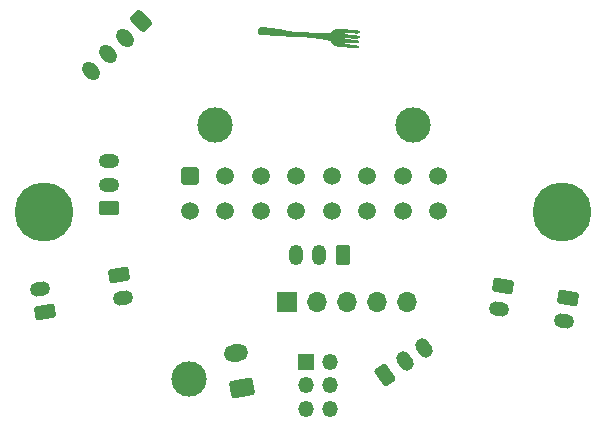
<source format=gbr>
%TF.GenerationSoftware,KiCad,Pcbnew,(6.0.1)*%
%TF.CreationDate,2022-03-14T16:44:18+09:00*%
%TF.ProjectId,v0_miniAB_pancake_board,76305f6d-696e-4694-9142-5f70616e6361,rev?*%
%TF.SameCoordinates,Original*%
%TF.FileFunction,Soldermask,Top*%
%TF.FilePolarity,Negative*%
%FSLAX46Y46*%
G04 Gerber Fmt 4.6, Leading zero omitted, Abs format (unit mm)*
G04 Created by KiCad (PCBNEW (6.0.1)) date 2022-03-14 16:44:18*
%MOMM*%
%LPD*%
G01*
G04 APERTURE LIST*
G04 Aperture macros list*
%AMRoundRect*
0 Rectangle with rounded corners*
0 $1 Rounding radius*
0 $2 $3 $4 $5 $6 $7 $8 $9 X,Y pos of 4 corners*
0 Add a 4 corners polygon primitive as box body*
4,1,4,$2,$3,$4,$5,$6,$7,$8,$9,$2,$3,0*
0 Add four circle primitives for the rounded corners*
1,1,$1+$1,$2,$3*
1,1,$1+$1,$4,$5*
1,1,$1+$1,$6,$7*
1,1,$1+$1,$8,$9*
0 Add four rect primitives between the rounded corners*
20,1,$1+$1,$2,$3,$4,$5,0*
20,1,$1+$1,$4,$5,$6,$7,0*
20,1,$1+$1,$6,$7,$8,$9,0*
20,1,$1+$1,$8,$9,$2,$3,0*%
%AMHorizOval*
0 Thick line with rounded ends*
0 $1 width*
0 $2 $3 position (X,Y) of the first rounded end (center of the circle)*
0 $4 $5 position (X,Y) of the second rounded end (center of the circle)*
0 Add line between two ends*
20,1,$1,$2,$3,$4,$5,0*
0 Add two circle primitives to create the rounded ends*
1,1,$1,$2,$3*
1,1,$1,$4,$5*%
G04 Aperture macros list end*
%ADD10C,0.013229*%
%ADD11RoundRect,0.249999X-0.194454X0.689431X-0.689431X0.194454X0.194454X-0.689431X0.689431X-0.194454X0*%
%ADD12HorizOval,1.200000X-0.194454X0.194454X0.194454X-0.194454X0*%
%ADD13C,3.000000*%
%ADD14RoundRect,0.250001X0.835277X-0.360430X0.661629X0.624375X-0.835277X0.360430X-0.661629X-0.624375X0*%
%ADD15HorizOval,1.500000X0.256050X0.045149X-0.256050X-0.045149X0*%
%ADD16RoundRect,0.249999X-0.676283X0.236153X-0.554729X-0.453214X0.676283X-0.236153X0.554729X0.453214X0*%
%ADD17HorizOval,1.200000X-0.270822X-0.047753X0.270822X0.047753X0*%
%ADD18RoundRect,0.249999X-0.554729X0.453214X-0.676283X-0.236153X0.554729X-0.453214X0.676283X0.236153X0*%
%ADD19HorizOval,1.200000X-0.270822X0.047753X0.270822X-0.047753X0*%
%ADD20RoundRect,0.249999X0.676283X-0.236153X0.554729X0.453214X-0.676283X0.236153X-0.554729X-0.453214X0*%
%ADD21HorizOval,1.200000X0.270822X0.047753X-0.270822X-0.047753X0*%
%ADD22R,1.350000X1.350000*%
%ADD23O,1.350000X1.350000*%
%ADD24RoundRect,0.250000X0.071782X-0.712722X0.645188X-0.311218X-0.071782X0.712722X-0.645188X0.311218X0*%
%ADD25HorizOval,1.200000X-0.157734X0.225267X0.157734X-0.225267X0*%
%ADD26R,1.700000X1.700000*%
%ADD27O,1.700000X1.700000*%
%ADD28C,5.000000*%
%ADD29RoundRect,0.250000X0.350000X0.625000X-0.350000X0.625000X-0.350000X-0.625000X0.350000X-0.625000X0*%
%ADD30O,1.200000X1.750000*%
%ADD31RoundRect,0.250000X0.625000X-0.350000X0.625000X0.350000X-0.625000X0.350000X-0.625000X-0.350000X0*%
%ADD32O,1.750000X1.200000*%
%ADD33RoundRect,0.250001X-0.499999X-0.499999X0.499999X-0.499999X0.499999X0.499999X-0.499999X0.499999X0*%
%ADD34C,1.500000*%
G04 APERTURE END LIST*
D10*
X104547964Y-84665899D02*
X103061043Y-84535810D01*
X103061043Y-84535810D02*
X102974315Y-84532344D01*
X102974315Y-84532344D02*
X102892432Y-84537193D01*
X102892432Y-84537193D02*
X102815455Y-84549837D01*
X102815455Y-84549837D02*
X102743441Y-84569752D01*
X102743441Y-84569752D02*
X102676451Y-84596420D01*
X102676451Y-84596420D02*
X102614541Y-84629317D01*
X102614541Y-84629317D02*
X102557773Y-84667923D01*
X102557773Y-84667923D02*
X102506205Y-84711716D01*
X102506205Y-84711716D02*
X102459896Y-84760173D01*
X102459896Y-84760173D02*
X102418904Y-84812776D01*
X102418904Y-84812776D02*
X102383288Y-84868999D01*
X102383288Y-84868999D02*
X102353109Y-84928325D01*
X102353109Y-84928325D02*
X102328425Y-84990229D01*
X102328425Y-84990229D02*
X102309294Y-85054192D01*
X102309294Y-85054192D02*
X102295775Y-85119691D01*
X102295775Y-85119691D02*
X102287929Y-85186205D01*
X102287929Y-85186205D02*
X102285813Y-85253213D01*
X102285813Y-85253213D02*
X102289486Y-85320193D01*
X102289486Y-85320193D02*
X102299009Y-85386624D01*
X102299009Y-85386624D02*
X102314438Y-85451983D01*
X102314438Y-85451983D02*
X102335835Y-85515751D01*
X102335835Y-85515751D02*
X102363257Y-85577404D01*
X102363257Y-85577404D02*
X102396763Y-85636422D01*
X102396763Y-85636422D02*
X102436412Y-85692284D01*
X102436412Y-85692284D02*
X102482265Y-85744467D01*
X102482265Y-85744467D02*
X102534379Y-85792452D01*
X102534379Y-85792452D02*
X102592813Y-85835714D01*
X102592813Y-85835714D02*
X102657627Y-85873734D01*
X102657627Y-85873734D02*
X102728879Y-85905990D01*
X102728879Y-85905990D02*
X102806628Y-85931961D01*
X102806628Y-85931961D02*
X102890934Y-85951123D01*
X102890934Y-85951123D02*
X102981854Y-85962959D01*
X102981854Y-85962959D02*
X104423452Y-86089082D01*
X104423452Y-86089082D02*
X104470434Y-86082043D01*
X104470434Y-86082043D02*
X104511943Y-86075156D01*
X104511943Y-86075156D02*
X104547869Y-86068288D01*
X104547869Y-86068288D02*
X104578104Y-86061306D01*
X104578104Y-86061306D02*
X104602539Y-86054080D01*
X104602539Y-86054080D02*
X104612546Y-86050334D01*
X104612546Y-86050334D02*
X104621063Y-86046479D01*
X104621063Y-86046479D02*
X104628075Y-86042495D01*
X104628075Y-86042495D02*
X104633569Y-86038369D01*
X104633569Y-86038369D02*
X104637532Y-86034082D01*
X104637532Y-86034082D02*
X104639948Y-86029620D01*
X104639948Y-86029620D02*
X104640806Y-86024964D01*
X104640806Y-86024964D02*
X104640090Y-86020100D01*
X104640090Y-86020100D02*
X104637788Y-86015009D01*
X104637788Y-86015009D02*
X104633887Y-86009677D01*
X104633887Y-86009677D02*
X104628371Y-86004085D01*
X104628371Y-86004085D02*
X104621228Y-85998219D01*
X104621228Y-85998219D02*
X104612446Y-85992061D01*
X104612446Y-85992061D02*
X104602008Y-85985595D01*
X104602008Y-85985595D02*
X104576113Y-85971673D01*
X104576113Y-85971673D02*
X104543438Y-85956320D01*
X104543438Y-85956320D02*
X104503873Y-85939408D01*
X104503873Y-85939408D02*
X104457307Y-85920802D01*
X104457307Y-85920802D02*
X103532139Y-85778756D01*
X103532139Y-85778756D02*
X103490730Y-85764144D01*
X103490730Y-85764144D02*
X103455380Y-85749840D01*
X103455380Y-85749840D02*
X103439947Y-85742824D01*
X103439947Y-85742824D02*
X103425994Y-85735907D01*
X103425994Y-85735907D02*
X103413509Y-85729098D01*
X103413509Y-85729098D02*
X103402479Y-85722405D01*
X103402479Y-85722405D02*
X103392894Y-85715836D01*
X103392894Y-85715836D02*
X103384743Y-85709397D01*
X103384743Y-85709397D02*
X103378011Y-85703097D01*
X103378011Y-85703097D02*
X103372688Y-85696944D01*
X103372688Y-85696944D02*
X103368764Y-85690944D01*
X103368764Y-85690944D02*
X103366225Y-85685106D01*
X103366225Y-85685106D02*
X103365060Y-85679436D01*
X103365060Y-85679436D02*
X103365257Y-85673945D01*
X103365257Y-85673945D02*
X103366805Y-85668637D01*
X103366805Y-85668637D02*
X103369692Y-85663523D01*
X103369692Y-85663523D02*
X103373906Y-85658608D01*
X103373906Y-85658608D02*
X103379434Y-85653901D01*
X103379434Y-85653901D02*
X103386268Y-85649409D01*
X103386268Y-85649409D02*
X103394393Y-85645139D01*
X103394393Y-85645139D02*
X103403797Y-85641102D01*
X103403797Y-85641102D02*
X103414471Y-85637302D01*
X103414471Y-85637302D02*
X103426402Y-85633748D01*
X103426402Y-85633748D02*
X103439577Y-85630447D01*
X103439577Y-85630447D02*
X103453987Y-85627408D01*
X103453987Y-85627408D02*
X103469618Y-85624638D01*
X103469618Y-85624638D02*
X103504496Y-85619936D01*
X103504496Y-85619936D02*
X103544122Y-85616401D01*
X103544122Y-85616401D02*
X103657720Y-85612649D01*
X103657720Y-85612649D02*
X103795329Y-85614059D01*
X103795329Y-85614059D02*
X103944883Y-85619193D01*
X103944883Y-85619193D02*
X104094310Y-85626617D01*
X104094310Y-85626617D02*
X104449362Y-85650456D01*
X104449362Y-85650456D02*
X104504594Y-85646551D01*
X104504594Y-85646551D02*
X104552354Y-85641635D01*
X104552354Y-85641635D02*
X104592679Y-85635743D01*
X104592679Y-85635743D02*
X104625606Y-85628908D01*
X104625606Y-85628908D02*
X104639306Y-85625148D01*
X104639306Y-85625148D02*
X104651173Y-85621164D01*
X104651173Y-85621164D02*
X104661208Y-85616961D01*
X104661208Y-85616961D02*
X104669417Y-85612545D01*
X104669417Y-85612545D02*
X104675806Y-85607918D01*
X104675806Y-85607918D02*
X104680378Y-85603086D01*
X104680378Y-85603086D02*
X104683138Y-85598052D01*
X104683138Y-85598052D02*
X104684090Y-85592820D01*
X104684090Y-85592820D02*
X104683242Y-85587395D01*
X104683242Y-85587395D02*
X104680594Y-85581781D01*
X104680594Y-85581781D02*
X104676155Y-85575982D01*
X104676155Y-85575982D02*
X104669926Y-85570004D01*
X104669926Y-85570004D02*
X104661914Y-85563849D01*
X104661914Y-85563849D02*
X104652124Y-85557522D01*
X104652124Y-85557522D02*
X104640559Y-85551027D01*
X104640559Y-85551027D02*
X104627225Y-85544368D01*
X104627225Y-85544368D02*
X104595266Y-85530580D01*
X104595266Y-85530580D02*
X104556287Y-85516188D01*
X104556287Y-85516188D02*
X104510323Y-85501227D01*
X104510323Y-85501227D02*
X104457413Y-85485730D01*
X104457413Y-85485730D02*
X103563158Y-85373534D01*
X103563158Y-85373534D02*
X103540284Y-85367808D01*
X103540284Y-85367808D02*
X103518985Y-85361930D01*
X103518985Y-85361930D02*
X103499257Y-85355917D01*
X103499257Y-85355917D02*
X103481094Y-85349789D01*
X103481094Y-85349789D02*
X103464491Y-85343562D01*
X103464491Y-85343562D02*
X103449442Y-85337257D01*
X103449442Y-85337257D02*
X103435942Y-85330890D01*
X103435942Y-85330890D02*
X103423985Y-85324480D01*
X103423985Y-85324480D02*
X103413565Y-85318047D01*
X103413565Y-85318047D02*
X103404677Y-85311608D01*
X103404677Y-85311608D02*
X103397315Y-85305182D01*
X103397315Y-85305182D02*
X103391475Y-85298786D01*
X103391475Y-85298786D02*
X103387150Y-85292439D01*
X103387150Y-85292439D02*
X103384336Y-85286161D01*
X103384336Y-85286161D02*
X103383024Y-85279968D01*
X103383024Y-85279968D02*
X103383213Y-85273880D01*
X103383213Y-85273880D02*
X103384894Y-85267915D01*
X103384894Y-85267915D02*
X103388064Y-85262091D01*
X103388064Y-85262091D02*
X103392715Y-85256427D01*
X103392715Y-85256427D02*
X103398843Y-85250941D01*
X103398843Y-85250941D02*
X103406442Y-85245651D01*
X103406442Y-85245651D02*
X103415508Y-85240576D01*
X103415508Y-85240576D02*
X103426033Y-85235734D01*
X103426033Y-85235734D02*
X103438013Y-85231144D01*
X103438013Y-85231144D02*
X103451443Y-85226823D01*
X103451443Y-85226823D02*
X103466315Y-85222791D01*
X103466315Y-85222791D02*
X103482625Y-85219065D01*
X103482625Y-85219065D02*
X103500368Y-85215665D01*
X103500368Y-85215665D02*
X103519539Y-85212608D01*
X103519539Y-85212608D02*
X103540130Y-85209912D01*
X103540130Y-85209912D02*
X103562137Y-85207596D01*
X103562137Y-85207596D02*
X103585556Y-85205680D01*
X103585556Y-85205680D02*
X104492638Y-85280506D01*
X104492638Y-85280506D02*
X104548068Y-85276101D01*
X104548068Y-85276101D02*
X104572944Y-85273273D01*
X104572944Y-85273273D02*
X104595935Y-85270049D01*
X104595935Y-85270049D02*
X104617047Y-85266447D01*
X104617047Y-85266447D02*
X104636282Y-85262482D01*
X104636282Y-85262482D02*
X104653648Y-85258170D01*
X104653648Y-85258170D02*
X104669149Y-85253528D01*
X104669149Y-85253528D02*
X104682791Y-85248571D01*
X104682791Y-85248571D02*
X104694578Y-85243316D01*
X104694578Y-85243316D02*
X104704516Y-85237779D01*
X104704516Y-85237779D02*
X104712610Y-85231976D01*
X104712610Y-85231976D02*
X104718864Y-85225924D01*
X104718864Y-85225924D02*
X104723285Y-85219639D01*
X104723285Y-85219639D02*
X104725877Y-85213136D01*
X104725877Y-85213136D02*
X104726646Y-85206433D01*
X104726646Y-85206433D02*
X104725597Y-85199544D01*
X104725597Y-85199544D02*
X104722734Y-85192487D01*
X104722734Y-85192487D02*
X104718063Y-85185277D01*
X104718063Y-85185277D02*
X104711590Y-85177931D01*
X104711590Y-85177931D02*
X104703319Y-85170465D01*
X104703319Y-85170465D02*
X104693255Y-85162894D01*
X104693255Y-85162894D02*
X104681404Y-85155236D01*
X104681404Y-85155236D02*
X104667771Y-85147506D01*
X104667771Y-85147506D02*
X104652361Y-85139721D01*
X104652361Y-85139721D02*
X104635178Y-85131897D01*
X104635178Y-85131897D02*
X104616229Y-85124050D01*
X104616229Y-85124050D02*
X104595519Y-85116196D01*
X104595519Y-85116196D02*
X104548834Y-85100532D01*
X104548834Y-85100532D02*
X104495165Y-85085035D01*
X104495165Y-85085035D02*
X104390944Y-85076080D01*
X104390944Y-85076080D02*
X104142991Y-85051360D01*
X104142991Y-85051360D02*
X103995445Y-85034091D01*
X103995445Y-85034091D02*
X103848366Y-85014087D01*
X103848366Y-85014087D02*
X103778792Y-85003184D01*
X103778792Y-85003184D02*
X103713884Y-84991748D01*
X103713884Y-84991748D02*
X103655159Y-84979828D01*
X103655159Y-84979828D02*
X103604133Y-84967475D01*
X103604133Y-84967475D02*
X103579293Y-84962171D01*
X103579293Y-84962171D02*
X103556515Y-84956730D01*
X103556515Y-84956730D02*
X103535756Y-84951168D01*
X103535756Y-84951168D02*
X103516977Y-84945503D01*
X103516977Y-84945503D02*
X103500133Y-84939750D01*
X103500133Y-84939750D02*
X103485186Y-84933926D01*
X103485186Y-84933926D02*
X103472090Y-84928048D01*
X103472090Y-84928048D02*
X103460807Y-84922134D01*
X103460807Y-84922134D02*
X103451292Y-84916199D01*
X103451292Y-84916199D02*
X103443506Y-84910259D01*
X103443506Y-84910259D02*
X103437405Y-84904333D01*
X103437405Y-84904333D02*
X103432948Y-84898437D01*
X103432948Y-84898437D02*
X103430094Y-84892587D01*
X103430094Y-84892587D02*
X103428800Y-84886800D01*
X103428800Y-84886800D02*
X103429026Y-84881092D01*
X103429026Y-84881092D02*
X103430727Y-84875481D01*
X103430727Y-84875481D02*
X103433864Y-84869984D01*
X103433864Y-84869984D02*
X103438395Y-84864615D01*
X103438395Y-84864615D02*
X103444277Y-84859394D01*
X103444277Y-84859394D02*
X103451469Y-84854336D01*
X103451469Y-84854336D02*
X103459929Y-84849458D01*
X103459929Y-84849458D02*
X103469615Y-84844776D01*
X103469615Y-84844776D02*
X103480486Y-84840308D01*
X103480486Y-84840308D02*
X103492499Y-84836070D01*
X103492499Y-84836070D02*
X103519787Y-84828350D01*
X103519787Y-84828350D02*
X103551143Y-84821752D01*
X103551143Y-84821752D02*
X103586234Y-84816408D01*
X103586234Y-84816408D02*
X103624726Y-84812452D01*
X103624726Y-84812452D02*
X103683798Y-84808817D01*
X103683798Y-84808817D02*
X103747686Y-84806827D01*
X103747686Y-84806827D02*
X103885783Y-84807008D01*
X103885783Y-84807008D02*
X104030777Y-84811444D01*
X104030777Y-84811444D02*
X104174428Y-84818585D01*
X104174428Y-84818585D02*
X104570829Y-84843210D01*
X104570829Y-84843210D02*
X104598874Y-84842029D01*
X104598874Y-84842029D02*
X104624490Y-84840093D01*
X104624490Y-84840093D02*
X104647736Y-84837449D01*
X104647736Y-84837449D02*
X104668669Y-84834144D01*
X104668669Y-84834144D02*
X104687345Y-84830226D01*
X104687345Y-84830226D02*
X104703823Y-84825742D01*
X104703823Y-84825742D02*
X104718159Y-84820739D01*
X104718159Y-84820739D02*
X104730411Y-84815265D01*
X104730411Y-84815265D02*
X104740636Y-84809368D01*
X104740636Y-84809368D02*
X104748890Y-84803094D01*
X104748890Y-84803094D02*
X104755233Y-84796492D01*
X104755233Y-84796492D02*
X104759719Y-84789609D01*
X104759719Y-84789609D02*
X104762407Y-84782491D01*
X104762407Y-84782491D02*
X104763355Y-84775187D01*
X104763355Y-84775187D02*
X104762619Y-84767745D01*
X104762619Y-84767745D02*
X104760256Y-84760210D01*
X104760256Y-84760210D02*
X104756325Y-84752631D01*
X104756325Y-84752631D02*
X104750881Y-84745056D01*
X104750881Y-84745056D02*
X104743982Y-84737531D01*
X104743982Y-84737531D02*
X104735686Y-84730104D01*
X104735686Y-84730104D02*
X104726049Y-84722823D01*
X104726049Y-84722823D02*
X104715131Y-84715735D01*
X104715131Y-84715735D02*
X104702985Y-84708887D01*
X104702985Y-84708887D02*
X104689671Y-84702327D01*
X104689671Y-84702327D02*
X104675247Y-84696102D01*
X104675247Y-84696102D02*
X104659767Y-84690260D01*
X104659767Y-84690260D02*
X104643292Y-84684848D01*
X104643292Y-84684848D02*
X104625876Y-84679913D01*
X104625876Y-84679913D02*
X104607579Y-84675504D01*
X104607579Y-84675504D02*
X104588456Y-84671667D01*
X104588456Y-84671667D02*
X104568565Y-84668449D01*
X104568565Y-84668449D02*
X104547964Y-84665899D01*
X104547964Y-84665899D02*
X104547964Y-84665899D01*
G36*
X103061043Y-84535810D02*
G01*
X104547964Y-84665899D01*
X104568565Y-84668449D01*
X104588456Y-84671667D01*
X104607579Y-84675504D01*
X104625876Y-84679913D01*
X104643292Y-84684848D01*
X104659767Y-84690260D01*
X104675247Y-84696102D01*
X104689671Y-84702327D01*
X104702985Y-84708887D01*
X104715131Y-84715735D01*
X104726049Y-84722823D01*
X104735686Y-84730104D01*
X104743982Y-84737531D01*
X104750881Y-84745056D01*
X104756325Y-84752631D01*
X104760256Y-84760210D01*
X104762619Y-84767745D01*
X104763355Y-84775187D01*
X104762407Y-84782491D01*
X104759719Y-84789609D01*
X104755233Y-84796492D01*
X104748890Y-84803094D01*
X104740636Y-84809368D01*
X104730411Y-84815265D01*
X104718159Y-84820739D01*
X104703823Y-84825742D01*
X104687345Y-84830226D01*
X104668669Y-84834144D01*
X104647736Y-84837449D01*
X104624490Y-84840093D01*
X104598874Y-84842029D01*
X104570829Y-84843210D01*
X104174428Y-84818585D01*
X104030777Y-84811444D01*
X103885783Y-84807008D01*
X103747686Y-84806827D01*
X103683798Y-84808817D01*
X103624726Y-84812452D01*
X103586234Y-84816408D01*
X103551143Y-84821752D01*
X103519787Y-84828350D01*
X103492499Y-84836070D01*
X103480486Y-84840308D01*
X103469615Y-84844776D01*
X103459929Y-84849458D01*
X103451469Y-84854336D01*
X103444277Y-84859394D01*
X103438395Y-84864615D01*
X103433864Y-84869984D01*
X103430727Y-84875481D01*
X103429026Y-84881092D01*
X103428800Y-84886800D01*
X103430094Y-84892587D01*
X103432948Y-84898437D01*
X103437405Y-84904333D01*
X103443506Y-84910259D01*
X103451292Y-84916199D01*
X103460807Y-84922134D01*
X103472090Y-84928048D01*
X103485186Y-84933926D01*
X103500133Y-84939750D01*
X103516977Y-84945503D01*
X103535756Y-84951168D01*
X103556515Y-84956730D01*
X103579293Y-84962171D01*
X103604133Y-84967475D01*
X103655159Y-84979828D01*
X103713884Y-84991748D01*
X103778792Y-85003184D01*
X103848366Y-85014087D01*
X103995445Y-85034091D01*
X104142991Y-85051360D01*
X104390944Y-85076080D01*
X104495165Y-85085035D01*
X104548834Y-85100532D01*
X104595519Y-85116196D01*
X104616229Y-85124050D01*
X104635178Y-85131897D01*
X104652361Y-85139721D01*
X104667771Y-85147506D01*
X104681404Y-85155236D01*
X104693255Y-85162894D01*
X104703319Y-85170465D01*
X104711590Y-85177931D01*
X104718063Y-85185277D01*
X104722734Y-85192487D01*
X104725597Y-85199544D01*
X104726646Y-85206433D01*
X104725877Y-85213136D01*
X104723285Y-85219639D01*
X104718864Y-85225924D01*
X104712610Y-85231976D01*
X104704516Y-85237779D01*
X104694578Y-85243316D01*
X104682791Y-85248571D01*
X104669149Y-85253528D01*
X104653648Y-85258170D01*
X104636282Y-85262482D01*
X104617047Y-85266447D01*
X104595935Y-85270049D01*
X104572944Y-85273273D01*
X104548068Y-85276101D01*
X104492638Y-85280506D01*
X103585556Y-85205680D01*
X103562137Y-85207596D01*
X103540130Y-85209912D01*
X103519539Y-85212608D01*
X103500368Y-85215665D01*
X103482625Y-85219065D01*
X103466315Y-85222791D01*
X103451443Y-85226823D01*
X103438013Y-85231144D01*
X103426033Y-85235734D01*
X103415508Y-85240576D01*
X103406442Y-85245651D01*
X103398843Y-85250941D01*
X103392715Y-85256427D01*
X103388064Y-85262091D01*
X103384894Y-85267915D01*
X103383213Y-85273880D01*
X103383024Y-85279968D01*
X103384336Y-85286161D01*
X103387150Y-85292439D01*
X103391475Y-85298786D01*
X103397315Y-85305182D01*
X103404677Y-85311608D01*
X103413565Y-85318047D01*
X103423985Y-85324480D01*
X103435942Y-85330890D01*
X103449442Y-85337257D01*
X103464491Y-85343562D01*
X103481094Y-85349789D01*
X103499257Y-85355917D01*
X103518985Y-85361930D01*
X103540284Y-85367808D01*
X103563158Y-85373534D01*
X104457413Y-85485730D01*
X104510323Y-85501227D01*
X104556287Y-85516188D01*
X104595266Y-85530580D01*
X104627225Y-85544368D01*
X104640559Y-85551027D01*
X104652124Y-85557522D01*
X104661914Y-85563849D01*
X104669926Y-85570004D01*
X104676155Y-85575982D01*
X104680594Y-85581781D01*
X104683242Y-85587395D01*
X104684090Y-85592820D01*
X104683138Y-85598052D01*
X104680378Y-85603086D01*
X104675806Y-85607918D01*
X104669417Y-85612545D01*
X104661208Y-85616961D01*
X104651173Y-85621164D01*
X104639306Y-85625148D01*
X104625606Y-85628908D01*
X104592679Y-85635743D01*
X104552354Y-85641635D01*
X104504594Y-85646551D01*
X104449362Y-85650456D01*
X104094310Y-85626617D01*
X103944883Y-85619193D01*
X103795329Y-85614059D01*
X103657720Y-85612649D01*
X103544122Y-85616401D01*
X103504496Y-85619936D01*
X103469618Y-85624638D01*
X103453987Y-85627408D01*
X103439577Y-85630447D01*
X103426402Y-85633748D01*
X103414471Y-85637302D01*
X103403797Y-85641102D01*
X103394393Y-85645139D01*
X103386268Y-85649409D01*
X103379434Y-85653901D01*
X103373906Y-85658608D01*
X103369692Y-85663523D01*
X103366805Y-85668637D01*
X103365257Y-85673945D01*
X103365060Y-85679436D01*
X103366225Y-85685106D01*
X103368764Y-85690944D01*
X103372688Y-85696944D01*
X103378011Y-85703097D01*
X103384743Y-85709397D01*
X103392894Y-85715836D01*
X103402479Y-85722405D01*
X103413509Y-85729098D01*
X103425994Y-85735907D01*
X103439947Y-85742824D01*
X103455380Y-85749840D01*
X103490730Y-85764144D01*
X103532139Y-85778756D01*
X104457307Y-85920802D01*
X104503873Y-85939408D01*
X104543438Y-85956320D01*
X104576113Y-85971673D01*
X104602008Y-85985595D01*
X104612446Y-85992061D01*
X104621228Y-85998219D01*
X104628371Y-86004085D01*
X104633887Y-86009677D01*
X104637788Y-86015009D01*
X104640090Y-86020100D01*
X104640806Y-86024964D01*
X104639948Y-86029620D01*
X104637532Y-86034082D01*
X104633569Y-86038369D01*
X104628075Y-86042495D01*
X104621063Y-86046479D01*
X104612546Y-86050334D01*
X104602539Y-86054080D01*
X104578104Y-86061306D01*
X104547869Y-86068288D01*
X104511943Y-86075156D01*
X104470434Y-86082043D01*
X104423452Y-86089082D01*
X102981854Y-85962959D01*
X102890934Y-85951123D01*
X102806628Y-85931961D01*
X102728879Y-85905990D01*
X102657627Y-85873734D01*
X102592813Y-85835714D01*
X102534379Y-85792452D01*
X102482265Y-85744467D01*
X102436412Y-85692284D01*
X102396763Y-85636422D01*
X102363257Y-85577404D01*
X102335835Y-85515751D01*
X102314438Y-85451983D01*
X102299009Y-85386624D01*
X102289486Y-85320193D01*
X102285813Y-85253213D01*
X102287929Y-85186205D01*
X102295775Y-85119691D01*
X102309294Y-85054192D01*
X102328425Y-84990229D01*
X102353109Y-84928325D01*
X102383288Y-84868999D01*
X102418904Y-84812776D01*
X102459896Y-84760173D01*
X102506205Y-84711716D01*
X102557773Y-84667923D01*
X102614541Y-84629317D01*
X102676451Y-84596420D01*
X102743441Y-84569752D01*
X102815455Y-84549837D01*
X102892432Y-84537193D01*
X102974315Y-84532344D01*
X103061043Y-84535810D01*
G37*
X103061043Y-84535810D02*
X104547964Y-84665899D01*
X104568565Y-84668449D01*
X104588456Y-84671667D01*
X104607579Y-84675504D01*
X104625876Y-84679913D01*
X104643292Y-84684848D01*
X104659767Y-84690260D01*
X104675247Y-84696102D01*
X104689671Y-84702327D01*
X104702985Y-84708887D01*
X104715131Y-84715735D01*
X104726049Y-84722823D01*
X104735686Y-84730104D01*
X104743982Y-84737531D01*
X104750881Y-84745056D01*
X104756325Y-84752631D01*
X104760256Y-84760210D01*
X104762619Y-84767745D01*
X104763355Y-84775187D01*
X104762407Y-84782491D01*
X104759719Y-84789609D01*
X104755233Y-84796492D01*
X104748890Y-84803094D01*
X104740636Y-84809368D01*
X104730411Y-84815265D01*
X104718159Y-84820739D01*
X104703823Y-84825742D01*
X104687345Y-84830226D01*
X104668669Y-84834144D01*
X104647736Y-84837449D01*
X104624490Y-84840093D01*
X104598874Y-84842029D01*
X104570829Y-84843210D01*
X104174428Y-84818585D01*
X104030777Y-84811444D01*
X103885783Y-84807008D01*
X103747686Y-84806827D01*
X103683798Y-84808817D01*
X103624726Y-84812452D01*
X103586234Y-84816408D01*
X103551143Y-84821752D01*
X103519787Y-84828350D01*
X103492499Y-84836070D01*
X103480486Y-84840308D01*
X103469615Y-84844776D01*
X103459929Y-84849458D01*
X103451469Y-84854336D01*
X103444277Y-84859394D01*
X103438395Y-84864615D01*
X103433864Y-84869984D01*
X103430727Y-84875481D01*
X103429026Y-84881092D01*
X103428800Y-84886800D01*
X103430094Y-84892587D01*
X103432948Y-84898437D01*
X103437405Y-84904333D01*
X103443506Y-84910259D01*
X103451292Y-84916199D01*
X103460807Y-84922134D01*
X103472090Y-84928048D01*
X103485186Y-84933926D01*
X103500133Y-84939750D01*
X103516977Y-84945503D01*
X103535756Y-84951168D01*
X103556515Y-84956730D01*
X103579293Y-84962171D01*
X103604133Y-84967475D01*
X103655159Y-84979828D01*
X103713884Y-84991748D01*
X103778792Y-85003184D01*
X103848366Y-85014087D01*
X103995445Y-85034091D01*
X104142991Y-85051360D01*
X104390944Y-85076080D01*
X104495165Y-85085035D01*
X104548834Y-85100532D01*
X104595519Y-85116196D01*
X104616229Y-85124050D01*
X104635178Y-85131897D01*
X104652361Y-85139721D01*
X104667771Y-85147506D01*
X104681404Y-85155236D01*
X104693255Y-85162894D01*
X104703319Y-85170465D01*
X104711590Y-85177931D01*
X104718063Y-85185277D01*
X104722734Y-85192487D01*
X104725597Y-85199544D01*
X104726646Y-85206433D01*
X104725877Y-85213136D01*
X104723285Y-85219639D01*
X104718864Y-85225924D01*
X104712610Y-85231976D01*
X104704516Y-85237779D01*
X104694578Y-85243316D01*
X104682791Y-85248571D01*
X104669149Y-85253528D01*
X104653648Y-85258170D01*
X104636282Y-85262482D01*
X104617047Y-85266447D01*
X104595935Y-85270049D01*
X104572944Y-85273273D01*
X104548068Y-85276101D01*
X104492638Y-85280506D01*
X103585556Y-85205680D01*
X103562137Y-85207596D01*
X103540130Y-85209912D01*
X103519539Y-85212608D01*
X103500368Y-85215665D01*
X103482625Y-85219065D01*
X103466315Y-85222791D01*
X103451443Y-85226823D01*
X103438013Y-85231144D01*
X103426033Y-85235734D01*
X103415508Y-85240576D01*
X103406442Y-85245651D01*
X103398843Y-85250941D01*
X103392715Y-85256427D01*
X103388064Y-85262091D01*
X103384894Y-85267915D01*
X103383213Y-85273880D01*
X103383024Y-85279968D01*
X103384336Y-85286161D01*
X103387150Y-85292439D01*
X103391475Y-85298786D01*
X103397315Y-85305182D01*
X103404677Y-85311608D01*
X103413565Y-85318047D01*
X103423985Y-85324480D01*
X103435942Y-85330890D01*
X103449442Y-85337257D01*
X103464491Y-85343562D01*
X103481094Y-85349789D01*
X103499257Y-85355917D01*
X103518985Y-85361930D01*
X103540284Y-85367808D01*
X103563158Y-85373534D01*
X104457413Y-85485730D01*
X104510323Y-85501227D01*
X104556287Y-85516188D01*
X104595266Y-85530580D01*
X104627225Y-85544368D01*
X104640559Y-85551027D01*
X104652124Y-85557522D01*
X104661914Y-85563849D01*
X104669926Y-85570004D01*
X104676155Y-85575982D01*
X104680594Y-85581781D01*
X104683242Y-85587395D01*
X104684090Y-85592820D01*
X104683138Y-85598052D01*
X104680378Y-85603086D01*
X104675806Y-85607918D01*
X104669417Y-85612545D01*
X104661208Y-85616961D01*
X104651173Y-85621164D01*
X104639306Y-85625148D01*
X104625606Y-85628908D01*
X104592679Y-85635743D01*
X104552354Y-85641635D01*
X104504594Y-85646551D01*
X104449362Y-85650456D01*
X104094310Y-85626617D01*
X103944883Y-85619193D01*
X103795329Y-85614059D01*
X103657720Y-85612649D01*
X103544122Y-85616401D01*
X103504496Y-85619936D01*
X103469618Y-85624638D01*
X103453987Y-85627408D01*
X103439577Y-85630447D01*
X103426402Y-85633748D01*
X103414471Y-85637302D01*
X103403797Y-85641102D01*
X103394393Y-85645139D01*
X103386268Y-85649409D01*
X103379434Y-85653901D01*
X103373906Y-85658608D01*
X103369692Y-85663523D01*
X103366805Y-85668637D01*
X103365257Y-85673945D01*
X103365060Y-85679436D01*
X103366225Y-85685106D01*
X103368764Y-85690944D01*
X103372688Y-85696944D01*
X103378011Y-85703097D01*
X103384743Y-85709397D01*
X103392894Y-85715836D01*
X103402479Y-85722405D01*
X103413509Y-85729098D01*
X103425994Y-85735907D01*
X103439947Y-85742824D01*
X103455380Y-85749840D01*
X103490730Y-85764144D01*
X103532139Y-85778756D01*
X104457307Y-85920802D01*
X104503873Y-85939408D01*
X104543438Y-85956320D01*
X104576113Y-85971673D01*
X104602008Y-85985595D01*
X104612446Y-85992061D01*
X104621228Y-85998219D01*
X104628371Y-86004085D01*
X104633887Y-86009677D01*
X104637788Y-86015009D01*
X104640090Y-86020100D01*
X104640806Y-86024964D01*
X104639948Y-86029620D01*
X104637532Y-86034082D01*
X104633569Y-86038369D01*
X104628075Y-86042495D01*
X104621063Y-86046479D01*
X104612546Y-86050334D01*
X104602539Y-86054080D01*
X104578104Y-86061306D01*
X104547869Y-86068288D01*
X104511943Y-86075156D01*
X104470434Y-86082043D01*
X104423452Y-86089082D01*
X102981854Y-85962959D01*
X102890934Y-85951123D01*
X102806628Y-85931961D01*
X102728879Y-85905990D01*
X102657627Y-85873734D01*
X102592813Y-85835714D01*
X102534379Y-85792452D01*
X102482265Y-85744467D01*
X102436412Y-85692284D01*
X102396763Y-85636422D01*
X102363257Y-85577404D01*
X102335835Y-85515751D01*
X102314438Y-85451983D01*
X102299009Y-85386624D01*
X102289486Y-85320193D01*
X102285813Y-85253213D01*
X102287929Y-85186205D01*
X102295775Y-85119691D01*
X102309294Y-85054192D01*
X102328425Y-84990229D01*
X102353109Y-84928325D01*
X102383288Y-84868999D01*
X102418904Y-84812776D01*
X102459896Y-84760173D01*
X102506205Y-84711716D01*
X102557773Y-84667923D01*
X102614541Y-84629317D01*
X102676451Y-84596420D01*
X102743441Y-84569752D01*
X102815455Y-84549837D01*
X102892432Y-84537193D01*
X102974315Y-84532344D01*
X103061043Y-84535810D01*
X102354474Y-84920173D02*
X102339589Y-84951917D01*
X102339589Y-84951917D02*
X102326431Y-84984381D01*
X102326431Y-84984381D02*
X102314979Y-85017486D01*
X102314979Y-85017486D02*
X102305213Y-85051154D01*
X102305213Y-85051154D02*
X102297115Y-85085306D01*
X102297115Y-85085306D02*
X102290664Y-85119864D01*
X102290664Y-85119864D02*
X102285840Y-85154750D01*
X102285840Y-85154750D02*
X102282623Y-85189884D01*
X102282623Y-85189884D02*
X102280995Y-85225188D01*
X102280995Y-85225188D02*
X102280936Y-85260585D01*
X102280936Y-85260585D02*
X102282425Y-85295996D01*
X102282425Y-85295996D02*
X102285443Y-85331341D01*
X102285443Y-85331341D02*
X102289971Y-85366544D01*
X102289971Y-85366544D02*
X102295989Y-85401523D01*
X102295989Y-85401523D02*
X102303475Y-85436204D01*
X102303475Y-85436204D02*
X102312414Y-85470505D01*
X102312414Y-85470505D02*
X101493115Y-85337046D01*
X101493115Y-85337046D02*
X100717669Y-85239622D01*
X100717669Y-85239622D02*
X99977085Y-85170845D01*
X99977085Y-85170845D02*
X99262374Y-85123332D01*
X99262374Y-85123332D02*
X96482447Y-84998213D01*
X96482447Y-84998213D02*
X96466351Y-84996809D01*
X96466351Y-84996809D02*
X96450545Y-84994576D01*
X96450545Y-84994576D02*
X96435043Y-84991538D01*
X96435043Y-84991538D02*
X96419868Y-84987719D01*
X96419868Y-84987719D02*
X96405032Y-84983141D01*
X96405032Y-84983141D02*
X96390556Y-84977831D01*
X96390556Y-84977831D02*
X96376457Y-84971808D01*
X96376457Y-84971808D02*
X96362752Y-84965099D01*
X96362752Y-84965099D02*
X96349458Y-84957726D01*
X96349458Y-84957726D02*
X96336592Y-84949713D01*
X96336592Y-84949713D02*
X96324174Y-84941083D01*
X96324174Y-84941083D02*
X96312220Y-84931861D01*
X96312220Y-84931861D02*
X96300747Y-84922069D01*
X96300747Y-84922069D02*
X96289773Y-84911731D01*
X96289773Y-84911731D02*
X96279316Y-84900871D01*
X96279316Y-84900871D02*
X96269393Y-84889511D01*
X96269393Y-84889511D02*
X96260022Y-84877677D01*
X96260022Y-84877677D02*
X96251219Y-84865391D01*
X96251219Y-84865391D02*
X96243004Y-84852676D01*
X96243004Y-84852676D02*
X96235393Y-84839558D01*
X96235393Y-84839558D02*
X96228403Y-84826057D01*
X96228403Y-84826057D02*
X96222051Y-84812200D01*
X96222051Y-84812200D02*
X96216358Y-84798008D01*
X96216358Y-84798008D02*
X96211337Y-84783506D01*
X96211337Y-84783506D02*
X96207009Y-84768718D01*
X96207009Y-84768718D02*
X96203390Y-84753665D01*
X96203390Y-84753665D02*
X96200498Y-84738374D01*
X96200498Y-84738374D02*
X96198349Y-84722864D01*
X96198349Y-84722864D02*
X96196963Y-84707164D01*
X96196963Y-84707164D02*
X96196355Y-84691293D01*
X96196355Y-84691293D02*
X96196545Y-84675278D01*
X96196545Y-84675278D02*
X96197548Y-84659140D01*
X96197548Y-84659140D02*
X96199365Y-84643056D01*
X96199365Y-84643056D02*
X96201966Y-84627201D01*
X96201966Y-84627201D02*
X96205329Y-84611598D01*
X96205329Y-84611598D02*
X96209434Y-84596273D01*
X96209434Y-84596273D02*
X96214258Y-84581246D01*
X96214258Y-84581246D02*
X96219779Y-84566543D01*
X96219779Y-84566543D02*
X96225977Y-84552187D01*
X96225977Y-84552187D02*
X96232829Y-84538201D01*
X96232829Y-84538201D02*
X96240313Y-84524608D01*
X96240313Y-84524608D02*
X96248408Y-84511433D01*
X96248408Y-84511433D02*
X96257092Y-84498699D01*
X96257092Y-84498699D02*
X96266343Y-84486429D01*
X96266343Y-84486429D02*
X96276139Y-84474646D01*
X96276139Y-84474646D02*
X96286460Y-84463374D01*
X96286460Y-84463374D02*
X96297282Y-84452638D01*
X96297282Y-84452638D02*
X96308585Y-84442459D01*
X96308585Y-84442459D02*
X96320346Y-84432863D01*
X96320346Y-84432863D02*
X96332543Y-84423871D01*
X96332543Y-84423871D02*
X96345156Y-84415508D01*
X96345156Y-84415508D02*
X96358162Y-84407797D01*
X96358162Y-84407797D02*
X96371539Y-84400762D01*
X96371539Y-84400762D02*
X96385267Y-84394427D01*
X96385267Y-84394427D02*
X96399322Y-84388813D01*
X96399322Y-84388813D02*
X96413684Y-84383946D01*
X96413684Y-84383946D02*
X96428331Y-84379848D01*
X96428331Y-84379848D02*
X96443240Y-84376544D01*
X96443240Y-84376544D02*
X96458390Y-84374056D01*
X96458390Y-84374056D02*
X96473760Y-84372409D01*
X96473760Y-84372409D02*
X96489328Y-84371625D01*
X96489328Y-84371625D02*
X96505071Y-84371729D01*
X96505071Y-84371729D02*
X96520968Y-84372742D01*
X96520968Y-84372742D02*
X96536998Y-84374691D01*
X96536998Y-84374691D02*
X97985986Y-84583354D01*
X97985986Y-84583354D02*
X98710643Y-84676383D01*
X98710643Y-84676383D02*
X99436040Y-84758267D01*
X99436040Y-84758267D02*
X100162648Y-84826297D01*
X100162648Y-84826297D02*
X100890942Y-84877763D01*
X100890942Y-84877763D02*
X101621393Y-84909958D01*
X101621393Y-84909958D02*
X102354475Y-84920173D01*
X102354475Y-84920173D02*
X102354474Y-84920173D01*
X102354474Y-84920173D02*
X102354474Y-84920173D01*
G36*
X96505071Y-84371729D02*
G01*
X96520968Y-84372742D01*
X96536998Y-84374691D01*
X97985986Y-84583354D01*
X98710643Y-84676383D01*
X99436040Y-84758267D01*
X100162648Y-84826297D01*
X100890942Y-84877763D01*
X101621393Y-84909958D01*
X102354475Y-84920173D01*
X102354474Y-84920173D01*
X102339589Y-84951917D01*
X102326431Y-84984381D01*
X102314979Y-85017486D01*
X102305213Y-85051154D01*
X102297115Y-85085306D01*
X102290664Y-85119864D01*
X102285840Y-85154750D01*
X102282623Y-85189884D01*
X102280995Y-85225188D01*
X102280936Y-85260585D01*
X102282425Y-85295996D01*
X102285443Y-85331341D01*
X102289971Y-85366544D01*
X102295989Y-85401523D01*
X102303475Y-85436204D01*
X102312414Y-85470505D01*
X101493115Y-85337046D01*
X100717669Y-85239622D01*
X99977085Y-85170845D01*
X99262374Y-85123332D01*
X96482447Y-84998213D01*
X96466351Y-84996809D01*
X96450545Y-84994576D01*
X96435043Y-84991538D01*
X96419868Y-84987719D01*
X96405032Y-84983141D01*
X96390556Y-84977831D01*
X96376457Y-84971808D01*
X96362752Y-84965099D01*
X96349458Y-84957726D01*
X96336592Y-84949713D01*
X96324174Y-84941083D01*
X96312220Y-84931861D01*
X96300747Y-84922069D01*
X96289773Y-84911731D01*
X96279316Y-84900871D01*
X96269393Y-84889511D01*
X96260022Y-84877677D01*
X96251219Y-84865391D01*
X96243004Y-84852676D01*
X96235393Y-84839558D01*
X96228403Y-84826057D01*
X96222051Y-84812200D01*
X96216358Y-84798008D01*
X96211337Y-84783506D01*
X96207009Y-84768718D01*
X96203390Y-84753665D01*
X96200498Y-84738374D01*
X96198349Y-84722864D01*
X96196963Y-84707164D01*
X96196355Y-84691293D01*
X96196545Y-84675278D01*
X96197548Y-84659140D01*
X96199365Y-84643056D01*
X96201966Y-84627201D01*
X96205329Y-84611598D01*
X96209434Y-84596273D01*
X96214258Y-84581246D01*
X96219779Y-84566543D01*
X96225977Y-84552187D01*
X96232829Y-84538201D01*
X96240313Y-84524608D01*
X96248408Y-84511433D01*
X96257092Y-84498699D01*
X96266343Y-84486429D01*
X96276139Y-84474646D01*
X96286460Y-84463374D01*
X96297282Y-84452638D01*
X96308585Y-84442459D01*
X96320346Y-84432863D01*
X96332543Y-84423871D01*
X96345156Y-84415508D01*
X96358162Y-84407797D01*
X96371539Y-84400762D01*
X96385267Y-84394427D01*
X96399322Y-84388813D01*
X96413684Y-84383946D01*
X96428331Y-84379848D01*
X96443240Y-84376544D01*
X96458390Y-84374056D01*
X96473760Y-84372409D01*
X96489328Y-84371625D01*
X96505071Y-84371729D01*
G37*
X96505071Y-84371729D02*
X96520968Y-84372742D01*
X96536998Y-84374691D01*
X97985986Y-84583354D01*
X98710643Y-84676383D01*
X99436040Y-84758267D01*
X100162648Y-84826297D01*
X100890942Y-84877763D01*
X101621393Y-84909958D01*
X102354475Y-84920173D01*
X102354474Y-84920173D01*
X102339589Y-84951917D01*
X102326431Y-84984381D01*
X102314979Y-85017486D01*
X102305213Y-85051154D01*
X102297115Y-85085306D01*
X102290664Y-85119864D01*
X102285840Y-85154750D01*
X102282623Y-85189884D01*
X102280995Y-85225188D01*
X102280936Y-85260585D01*
X102282425Y-85295996D01*
X102285443Y-85331341D01*
X102289971Y-85366544D01*
X102295989Y-85401523D01*
X102303475Y-85436204D01*
X102312414Y-85470505D01*
X101493115Y-85337046D01*
X100717669Y-85239622D01*
X99977085Y-85170845D01*
X99262374Y-85123332D01*
X96482447Y-84998213D01*
X96466351Y-84996809D01*
X96450545Y-84994576D01*
X96435043Y-84991538D01*
X96419868Y-84987719D01*
X96405032Y-84983141D01*
X96390556Y-84977831D01*
X96376457Y-84971808D01*
X96362752Y-84965099D01*
X96349458Y-84957726D01*
X96336592Y-84949713D01*
X96324174Y-84941083D01*
X96312220Y-84931861D01*
X96300747Y-84922069D01*
X96289773Y-84911731D01*
X96279316Y-84900871D01*
X96269393Y-84889511D01*
X96260022Y-84877677D01*
X96251219Y-84865391D01*
X96243004Y-84852676D01*
X96235393Y-84839558D01*
X96228403Y-84826057D01*
X96222051Y-84812200D01*
X96216358Y-84798008D01*
X96211337Y-84783506D01*
X96207009Y-84768718D01*
X96203390Y-84753665D01*
X96200498Y-84738374D01*
X96198349Y-84722864D01*
X96196963Y-84707164D01*
X96196355Y-84691293D01*
X96196545Y-84675278D01*
X96197548Y-84659140D01*
X96199365Y-84643056D01*
X96201966Y-84627201D01*
X96205329Y-84611598D01*
X96209434Y-84596273D01*
X96214258Y-84581246D01*
X96219779Y-84566543D01*
X96225977Y-84552187D01*
X96232829Y-84538201D01*
X96240313Y-84524608D01*
X96248408Y-84511433D01*
X96257092Y-84498699D01*
X96266343Y-84486429D01*
X96276139Y-84474646D01*
X96286460Y-84463374D01*
X96297282Y-84452638D01*
X96308585Y-84442459D01*
X96320346Y-84432863D01*
X96332543Y-84423871D01*
X96345156Y-84415508D01*
X96358162Y-84407797D01*
X96371539Y-84400762D01*
X96385267Y-84394427D01*
X96399322Y-84388813D01*
X96413684Y-84383946D01*
X96428331Y-84379848D01*
X96443240Y-84376544D01*
X96458390Y-84374056D01*
X96473760Y-84372409D01*
X96489328Y-84371625D01*
X96505071Y-84371729D01*
D11*
%TO.C,J1*%
X86330229Y-83865589D03*
D12*
X84916015Y-85279803D03*
X83501802Y-86694016D03*
X82087588Y-88108230D03*
%TD*%
D13*
%TO.C,J2*%
X90333317Y-114208377D03*
D14*
X94848159Y-114935429D03*
D15*
X94327214Y-111981006D03*
%TD*%
D16*
%TO.C,J3*%
X84429600Y-105359200D03*
D17*
X84776896Y-107328816D03*
%TD*%
D18*
%TO.C,J4*%
X122478800Y-107340400D03*
D19*
X122131504Y-109310016D03*
%TD*%
D20*
%TO.C,J5*%
X78130400Y-108508800D03*
D21*
X77783104Y-106539184D03*
%TD*%
D18*
%TO.C,J6*%
X116974612Y-106324400D03*
D19*
X116627316Y-108294016D03*
%TD*%
D22*
%TO.C,J10*%
X100279200Y-112706400D03*
D23*
X102279200Y-112706400D03*
X100279200Y-114706400D03*
X102279200Y-114706400D03*
X100279200Y-116706400D03*
X102279200Y-116706400D03*
%TD*%
D24*
%TO.C,J12*%
X106984800Y-113842800D03*
D25*
X108623104Y-112695647D03*
X110261408Y-111548494D03*
%TD*%
D26*
%TO.C,J13*%
X98653600Y-107696000D03*
D27*
X101193600Y-107696000D03*
X103733600Y-107696000D03*
X106273600Y-107696000D03*
X108813600Y-107696000D03*
%TD*%
D28*
%TO.C,H1*%
X121920000Y-100000000D03*
%TD*%
D29*
%TO.C,J8*%
X103378000Y-103682800D03*
D30*
X101378000Y-103682800D03*
X99378000Y-103682800D03*
%TD*%
D31*
%TO.C,J7*%
X83625600Y-99739200D03*
D32*
X83625600Y-97739200D03*
X83625600Y-95739200D03*
%TD*%
D28*
%TO.C,H2*%
X78080000Y-100000000D03*
%TD*%
D13*
%TO.C,J9*%
X109299600Y-92651400D03*
X92599600Y-92651400D03*
D33*
X90439600Y-96971400D03*
D34*
X93439600Y-96971400D03*
X96439600Y-96971400D03*
X99439600Y-96971400D03*
X102439600Y-96971400D03*
X105439600Y-96971400D03*
X108439600Y-96971400D03*
X111439600Y-96971400D03*
X90439600Y-99971400D03*
X93439600Y-99971400D03*
X96439600Y-99971400D03*
X99439600Y-99971400D03*
X102439600Y-99971400D03*
X105439600Y-99971400D03*
X108439600Y-99971400D03*
X111439600Y-99971400D03*
%TD*%
M02*

</source>
